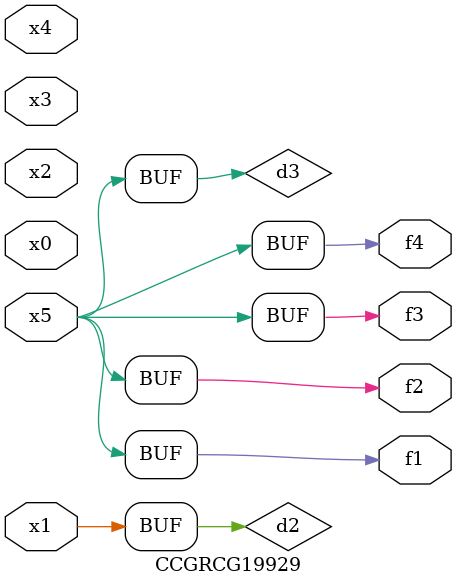
<source format=v>
module CCGRCG19929(
	input x0, x1, x2, x3, x4, x5,
	output f1, f2, f3, f4
);

	wire d1, d2, d3;

	not (d1, x5);
	or (d2, x1);
	xnor (d3, d1);
	assign f1 = d3;
	assign f2 = d3;
	assign f3 = d3;
	assign f4 = d3;
endmodule

</source>
